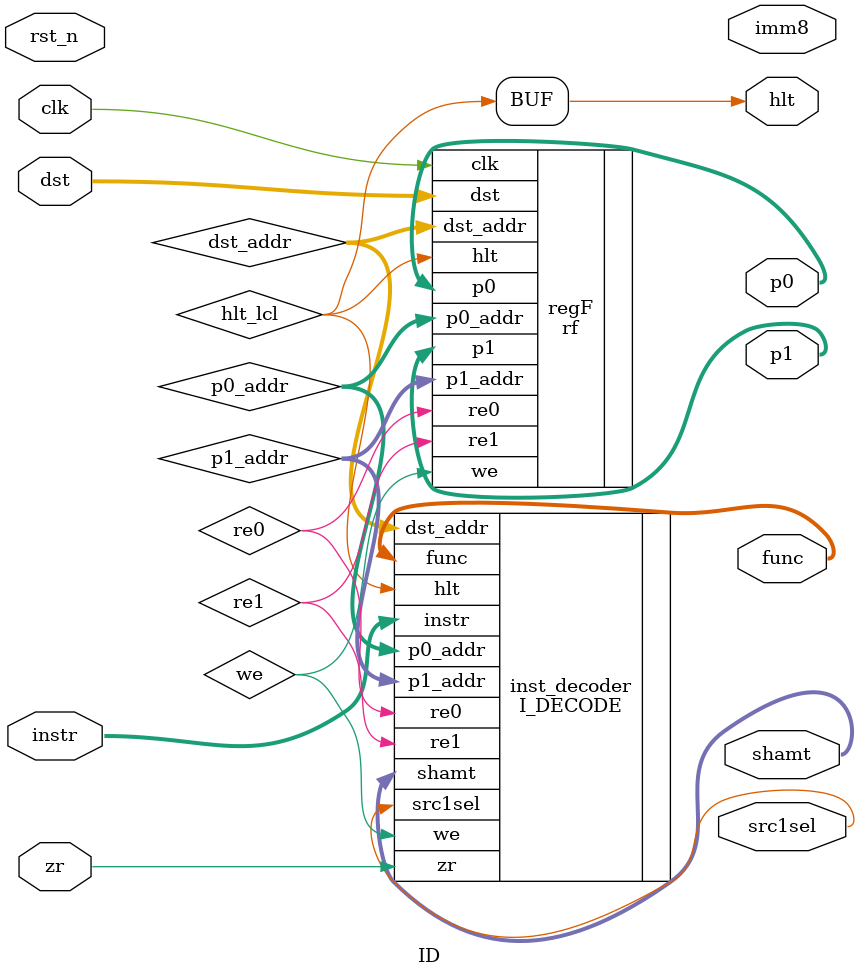
<source format=v>
module ID(
	// Output
	p0, p1, shamt, func, src1sel, hlt, imm8,
	// Input
	instr, clk, rst_n, zr, dst);
	
	// Inputs //
	input [15:0] instr, dst;
	input clk, rst_n, zr;
	
	// Outputs //
 	output [15:0] p0, p1;
	output [7:0] imm8;
	output [3:0] shamt;
	output [2:0] func;
	output hlt, src1sel;
	
	// Local Wires //
	wire [3:0] p0_addr, p1_addr, dst_addr;
	wire re0, re1, we, hlt_lcl;
	
	I_DECODE inst_decoder(
							.instr(instr),
							.zr(zr),
							.p0_addr(p0_addr),
							.re0(re0),
							.p1_addr(p1_addr),
							.re1(re1),
							.dst_addr(dst_addr),
							.we(we),
							.hlt(hlt_lcl),
							.src1sel(src1sel),
							.shamt(shamt),
							.func(func)
						);
						
	rf regF(
				.p0(p0), 
				.p1(p1), 
				.clk(clk), 
				.p0_addr(p0_addr), 
				.p1_addr(p1_addr), 
				.re0(re0), .re1(re1), 
				.dst_addr(dst_addr), 
				.dst(dst), 
				.we(we), 
				.hlt(hlt_lcl)
			);
			
	assign hlt = hlt_lcl;
							
endmodule

</source>
